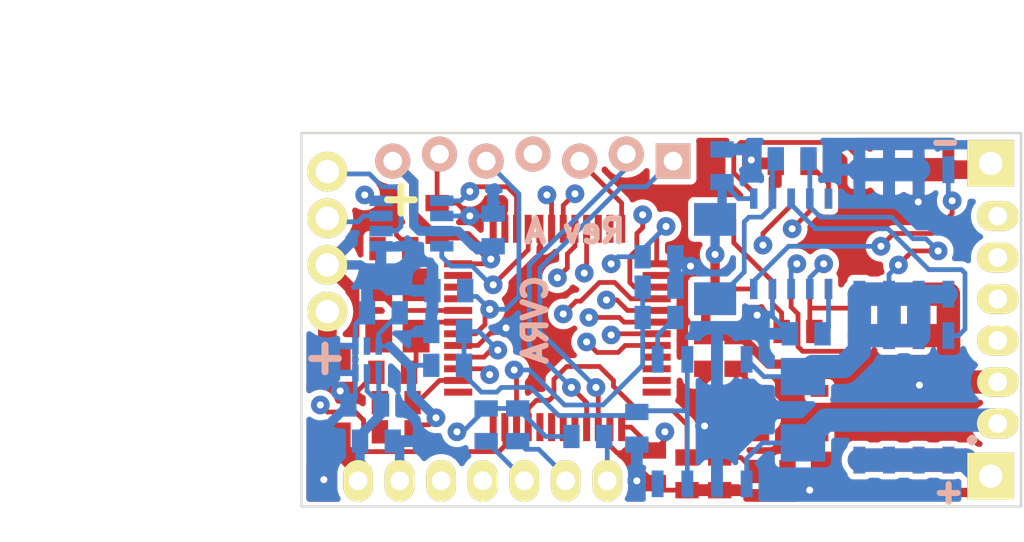
<source format=kicad_pcb>
(kicad_pcb (version 20221018) (generator pcbnew)
  (title_block (title "Motor control board") (rev "0") (company "CVRA"))
  (layers (0 "F.Cu" signal) (1 "In1.Cu" signal "Inner2.Cu") (2 "In2.Cu" signal "Inner1.Cu") (31 "B.Cu" signal) (34 "B.Paste" user) (35 "F.Paste" user) (36 "B.SilkS" user "B.Silkscreen") (37 "F.SilkS" user "F.Silkscreen") (38 "B.Mask" user) (39 "F.Mask" user) (44 "Edge.Cuts" user))
  (net 0 "")
  (net 1 "+3.3V")
  (net 2 "+3.3V_A")
  (net 3 "+5V")
  (net 4 "+5V_protected")
  (net 5 "+9V")
  (net 6 "+BATT")
  (net 7 "A")
  (net 8 "ADC/I_MOT")
  (net 9 "ADC/V_BAT")
  (net 10 "B")
  (net 11 "CANH")
  (net 12 "CANL")
  (net 13 "CAN_SPEED")
  (net 14 "GND")
  (net 15 "GPIO_A")
  (net 16 "GPIO_ADC")
  (net 17 "GPIO_B")
  (net 18 "I")
  (net 19 "LED")
  (net 20 "Mot+")
  (net 21 "Mot-")
  (net 22 "Mot_En_1")
  (net 23 "Mot_En_2")
  (net 24 "N-0000031")
  (net 25 "N-0000035")
  (net 26 "N-0000036")
  (net 27 "N-0000037")
  (net 28 "N-0000038")
  (net 29 "N-0000039")
  (net 30 "N-0000040")
  (net 31 "N-0000042")
  (net 32 "N-0000044")
  (net 33 "N-0000046")
  (net 34 "N-0000048")
  (net 35 "N-0000049")
  (net 36 "N-0000051")
  (net 37 "N-0000064")
  (net 38 "N-0000065")
  (net 39 "N-000008")
  (net 40 "PWM1")
  (net 41 "PWM2")
  (net 42 "Reset")
  (net 43 "Rx")
  (net 44 "Swdclk")
  (net 45 "Swdio")
  (net 46 "Tx")
  (footprint "_0603" (layer "F.Cu") (at 143.55 98.5)
    (fp_text reference "C14")
    (fp_text value "47nF")
  )
  (footprint "_0603" (layer "F.Cu") (at 143.3 91.3 180)
    (fp_text reference "R8")
    (fp_text value "100k")
  )
  (footprint "_0603" (layer "F.Cu") (at 137.4 104.3 -90)
    (fp_text reference "C7")
    (fp_text value "100n")
  )
  (footprint "_0603" (layer "F.Cu") (at 128.1 93.7 90)
    (fp_text reference "C6")
    (fp_text value "100n")
  )
  (footprint "_0603" (layer "F.Cu") (at 126.25 94.95)
    (fp_text reference "C11")
    (fp_text value "10pF")
  )
  (footprint "CVRA-SOT23-5" (layer "F.Cu") (at 143.2 102 -90)
    (fp_text reference "IC1")
    (fp_text value "TPS71501" hide)
  )
  (footprint "CVRA-SOD80C" (layer "F.Cu") (at 123.5 101.4 90)
    (fp_text reference "D1")
    (fp_text value "DIODESCH")
  )
  (footprint "_LQFP48" (layer "F.Cu") (at 129 95.6 -90)
    (fp_text reference "U1")
    (fp_text value "STM32F303CCT6")
  )
  (footprint "_0603" (layer "F.Cu") (at 138.8 104.6 -90)
    (fp_text reference "C18")
    (fp_text value "C")
  )
  (footprint "_0603" (layer "F.Cu") (at 140.2 104.6 -90)
    (fp_text reference "R13")
    (fp_text value "R")
  )
  (footprint "_0603" (layer "F.Cu") (at 142.4 104.5 180)
    (fp_text reference "R12")
    (fp_text value "R")
  )
  (footprint "_0603" (layer "F.Cu") (at 140.9 99.4 -90)
    (fp_text reference "R1")
    (fp_text value "5.6M")
  )
  (footprint "_0603" (layer "F.Cu") (at 139.6 99.4 -90)
    (fp_text reference "C4")
    (fp_text value "470n")
  )
  (footprint "_0603" (layer "F.Cu") (at 126.35 101.55 180)
    (fp_text reference "R4")
    (fp_text value "22")
  )
  (footprint "_0603" (layer "F.Cu") (at 140.4 101.9 -90)
    (fp_text reference "R2")
    (fp_text value "910k")
  )
  (footprint "PSONL10" (layer "F.Cu") (at 143.256 94.742)
    (fp_text reference "IC4")
    (fp_text value "LM5106")
  )
  (footprint "CVRA-SOD80C" (layer "F.Cu") (at 140 95.4 -90)
    (fp_text reference "D3")
    (fp_text value "BAV102")
  )
  (footprint "CVRA-SO8E" (layer "F.Cu") (at 148.082 101.346 180)
    (fp_text reference "Q1")
    (fp_text value "IRF8721")
  )
  (footprint "_0603" (layer "F.Cu") (at 126.35 102.8 180)
    (fp_text reference "D2")
    (fp_text value "LED")
  )
  (footprint "PWR_Conn" (layer "F.Cu") (at 151.8 91.3 90)
    (fp_text reference "P6")
    (fp_text value "CONN_1")
  )
  (footprint "PWR_Conn" (layer "F.Cu") (at 151.8 104.7 -90)
    (fp_text reference "P4")
    (fp_text value "CONN_1")
  )
  (footprint "_0603" (layer "F.Cu") (at 144.6 104.7 -90)
    (fp_text reference "C1")
    (fp_text value "100n")
  )
  (footprint "CVRA-SO8E" (layer "F.Cu") (at 148.082 94.234 180)
    (fp_text reference "Q2")
    (fp_text value "IRF8721")
  )
  (footprint "_TSX-3225-SMD-XTAL" (layer "F.Cu") (at 126.4 97.6 90)
    (fp_text reference "X1")
    (fp_text value "16MHz")
  )
  (footprint "_0603" (layer "F.Cu") (at 126.2 100.25 180)
    (fp_text reference "C12")
    (fp_text value "10pF")
  )
  (footprint "pin4_can_connector" (layer "F.Cu") (at 123.4 94.65 -90)
    (fp_text reference "P1")
    (fp_text value "Bus2")
  )
  (footprint "ribbon_cable_7pin" (layer "F.Cu") (at 130.05 104.9 180)
    (fp_text reference "P3")
    (fp_text value "GPIO")
  )
  (footprint "ribbon_cable_6pin" (layer "F.Cu") (at 152.1 98 90)
    (fp_text reference "P2")
    (fp_text value "MOTOR")
  )
  (footprint "_0603" (layer "B.Cu") (at 137.6 96.6)
    (fp_text reference "C15")
    (fp_text value "100nF")
  )
  (footprint "_0603" (layer "B.Cu") (at 143.3 91.1)
    (fp_text reference "C16")
    (fp_text value "47nF")
  )
  (footprint "_0603" (layer "B.Cu") (at 143.9 98.6 180)
    (fp_text reference "R11")
    (fp_text value "100k")
  )
  (footprint "_0603" (layer "B.Cu") (at 137.6 95.3)
    (fp_text reference "C9")
    (fp_text value "100n")
  )
  (footprint "_0603" (layer "B.Cu") (at 128.55 98.5 180)
    (fp_text reference "C10")
    (fp_text value "10n")
  )
  (footprint "CVRA-1206-1" (layer "B.Cu") (at 143.764 101.854 90)
    (fp_text reference "R10")
    (fp_text value "0.01R" hide)
  )
  (footprint "_0603" (layer "B.Cu") (at 137.6 97.9)
    (fp_text reference "R9")
    (fp_text value "330")
  )
  (footprint "_0603" (layer "B.Cu") (at 125.5 103.2)
    (fp_text reference "C17")
    (fp_text value "1uF")
  )
  (footprint "_0603" (layer "B.Cu") (at 136.65 102.65 -90)
    (fp_text reference "C8")
    (fp_text value "1uF")
  )
  (footprint "_0603" (layer "B.Cu") (at 130.2 102.5 -90)
    (fp_text reference "R3")
    (fp_text value "10k")
  )
  (footprint "_0603" (layer "B.Cu") (at 131.55 102.5 -90)
    (fp_text reference "R5")
    (fp_text value "10k")
  )
  (footprint "_0603" (layer "B.Cu") (at 134.55 103)
    (fp_text reference "R6")
    (fp_text value "10k")
  )
  (footprint "PSONL10" (layer "B.Cu") (at 143.256 94.742)
    (fp_text reference "IC5")
    (fp_text value "LM5106")
  )
  (footprint "CVRA-SOD80C" (layer "B.Cu") (at 140 95.4 90)
    (fp_text reference "D4")
    (fp_text value "BAV102")
  )
  (footprint "CVRA-SO8E" (layer "B.Cu") (at 139.446 102.362 180)
    (fp_text reference "IC6")
    (fp_text value "INA282")
  )
  (footprint "CVRA-SO8E" (layer "B.Cu") (at 148.082 94.234)
    (fp_text reference "Q4")
    (fp_text value "IRF8721")
  )
  (footprint "CVRA-PWSON-N6" (layer "B.Cu") (at 125.1 99.7 180)
    (fp_text reference "IC2")
    (fp_text value "TLV710")
  )
  (footprint "CVRA-SO8E" (layer "B.Cu") (at 148.082 101.346)
    (fp_text reference "Q3")
    (fp_text value "IRF8721")
  )
  (footprint "_0603" (layer "B.Cu") (at 128.6 96.75 180)
    (fp_text reference "C5")
    (fp_text value "100n")
  )
  (footprint "_0603" (layer "B.Cu") (at 130.5 94.15 -90)
    (fp_text reference "C13")
    (fp_text value "100n")
  )
  (footprint "_SOT23-8" (layer "B.Cu") (at 128.3 92.9 -90)
    (fp_text reference "IC3")
    (fp_text value "MAX3051")
  )
  (footprint "_0603" (layer "B.Cu") (at 140.3 91.4 -90)
    (fp_text reference "C19")
    (fp_text value "100nF (DNP)")
  )
  (footprint "_0603" (layer "B.Cu") (at 128.55 99.95)
    (fp_text reference "L1")
    (fp_text value "INDUCTOR")
  )
  (footprint "_0603" (layer "B.Cu") (at 125.8 97.7 180)
    (fp_text reference "C3")
    (fp_text value "4.7uF")
  )
  (footprint "_0603" (layer "B.Cu") (at 125 101.65 180)
    (fp_text reference "C2")
    (fp_text value "100nF")
  )
  (footprint "_Pin2mm_7z" (layer "B.Cu") (at 132.2 91.2 180)
    (fp_text reference "P5")
    (fp_text value "DBG")
  )
  (gr_line (start 122.29 106) (end 122.29 90) (stroke (width 0.1)) (layer "Edge.Cuts"))
  (gr_line (start 153.1 106) (end 153.1 90) (stroke (width 0.1)) (layer "Edge.Cuts"))
  (gr_line (start 153.1 90) (end 150.3 90) (stroke (width 0.1)) (layer "Edge.Cuts"))
  (gr_line (start 122.3 90) (end 150.3 90) (stroke (width 0.1)) (layer "Edge.Cuts"))
  (gr_line (start 150.3 106) (end 122.3 106) (stroke (width 0.1)) (layer "Edge.Cuts"))
  (gr_line (start 150.3 106) (end 153.1 106) (stroke (width 0.1)) (layer "Edge.Cuts"))
  (gr_text "CVRA" (at 132.3 98 90) (layer "B.SilkS") (effects (font (size 1 1) (thickness 0.25)) (justify mirror)))
  (gr_text "+" (at 150 105.35) (layer "B.SilkS") (effects (font (size 1 1) (thickness 0.25)) (justify mirror)))
  (gr_text "Rev A" (at 134 94.2) (layer "B.SilkS") (effects (font (size 1 1) (thickness 0.25)) (justify mirror)))
  (gr_text "-" (at 149.85 90.35) (layer "B.SilkS") (effects (font (size 1 1) (thickness 0.25)) (justify mirror)))
  (gr_text "." (at 151 102.55) (layer "B.SilkS") (effects (font (size 1.5 1.5) (thickness 0.3)) (justify mirror)))
  (gr_text "+" (at 123.3 99.55) (layer "B.SilkS") (effects (font (size 1.5 1.5) (thickness 0.3)) (justify mirror)))
  (gr_text "-" (at 149.85 90.35) (layer "F.SilkS") (effects (font (size 1 1) (thickness 0.25))))
  (gr_text "+" (at 150 105.35) (layer "F.SilkS") (effects (font (size 1 1) (thickness 0.25))))
  (gr_text "+" (at 126.55 92.75) (layer "F.SilkS") (effects (font (size 1.5 1.5) (thickness 0.3))))
  (gr_text "." (at 151 102.55) (layer "F.SilkS") (effects (font (size 1.5 1.5) (thickness 0.3))))
  (segment (start 130.5 95.3) (end 130.4 95.4) (width 0.204) (layer "F.Cu") (net 1))
  (segment (start 130.2 95.6) (end 130.4 95.4) (width 0.204) (layer "F.Cu") (net 1))
  (segment (start 136.4 102.6) (end 137.4 103.6) (width 0.204) (layer "F.Cu") (net 1))
  (segment (start 137.85 103.15) (end 137.85 102.8) (width 0.204) (layer "F.Cu") (net 1))
  (segment (start 127.1 92.1) (end 127.1 93.1) (width 0.204) (layer "F.Cu") (net 1))
  (segment (start 137.9 94) (end 137.5 94.4) (width 0.204) (layer "F.Cu") (net 1))
  (segment (start 137.5 94.4) (end 137.5 95.6) (width 0.204) (layer "F.Cu") (net 1))
  (segment (start 127.35 102.5) (end 127.75 102.5) (width 0.204) (layer "F.Cu") (net 1))
  (segment (start 127.75 102.5) (end 128.05 102.2) (width 0.204) (layer "F.Cu") (net 1))
  (segment (start 127.1 92.1) (end 127.1 93.1) (width 0.4) (layer "F.Cu") (net 1))
  (segment (start 127.1 93.5) (end 128 94.4) (width 0.4) (layer "F.Cu") (net 1))
  (segment (start 128 94.4) (end 128.1 94.4) (width 0.4) (layer "F.Cu") (net 1))
  (segment (start 129.4 94.4) (end 130.4 95.4) (width 0.4) (layer "F.Cu") (net 1))
  (segment (start 129 95.6) (end 130.2 95.6) (width 0.204) (layer "F.Cu") (net 1))
  (segment (start 136 102.6) (end 136.4 102.6) (width 0.204) (layer "F.Cu") (net 1))
  (segment (start 137.4 103.6) (end 137.85 103.15) (width 0.204) (layer "F.Cu") (net 1))
  (segment (start 127.35 102.5) (end 127.05 102.8) (width 0.204) (layer "F.Cu") (net 1))
  (segment (start 128.1 94.4) (end 129.4 94.4) (width 0.4) (layer "F.Cu") (net 1))
  (segment (start 130.5 94.1) (end 130.5 95.3) (width 0.204) (layer "F.Cu") (net 1))
  (segment (start 127.1 93.1) (end 127.1 93.5) (width 0.4) (layer "F.Cu") (net 1))
  (segment (start 126.2 91.2) (end 127.1 92.1) (width 0.4) (layer "F.Cu") (net 1))
  (via (at 128.05 102.2) (size 0.8) (drill 0.3) (layers "F.Cu" "B.Cu") (net 1))
  (via (at 130.4 95.4) (size 0.8) (drill 0.3) (layers "F.Cu" "B.Cu") (net 1))
  (via (at 137.9 94) (size 0.8) (drill 0.3) (layers "F.Cu" "B.Cu") (net 1))
  (via (at 135.55 95.6) (size 0.8) (drill 0.3) (layers "F.Cu" "B.Cu") (net 1))
  (via (at 137.85 102.8) (size 0.8) (drill 0.3) (layers "F.Cu" "B.Cu") (net 1))
  (segment (start 128.9 94.2) (end 129.8 95.1) (width 0.204) (layer "B.Cu") (net 1))
  (segment (start 130.4 95.4) (end 130.1 95.1) (width 0.204) (layer "B.Cu") (net 1))
  (segment (start 130.1 95.1) (end 129.8 95.1) (width 0.204) (layer "B.Cu") (net 1))
  (segment (start 127.1 92.1) (end 126.2 91.2) (width 0.204) (layer "B.Cu") (net 1))
  (segment (start 136.9 95) (end 137.9 94) (width 0.204) (layer "B.Cu") (net 1))
  (segment (start 135.85 95.3) (end 135.55 95.6) (width 0.204) (layer "B.Cu") (net 1))
  (segment (start 127.35 94.2) (end 127.1 93.95) (width 0.4) (layer "B.Cu") (net 1))
  (segment (start 127.1 93.95) (end 127.1 92.1) (width 0.4) (layer "B.Cu") (net 1))
  (segment (start 127.1 92.1) (end 126.2 91.2) (width 0.4) (layer "B.Cu") (net 1))
  (segment (start 129 94.2) (end 129.65 94.85) (width 0.4) (layer "B.Cu") (net 1))
  (segment (start 129.65 94.85) (end 130.5 94.85) (width 0.4) (layer "B.Cu") (net 1))
  (segment (start 125.6 98.6) (end 126.5 97.7) (width 0.204) (layer "B.Cu") (net 1))
  (segment (start 126.075 99.125) (end 126.9 99.95) (width 0.204) (layer "B.Cu") (net 1))
  (segment (start 126.9 99.95) (end 127.85 99.95) (width 0.204) (layer "B.Cu") (net 1))
  (segment (start 127 100.05) (end 127 101.15) (width 0.4) (layer "B.Cu") (net 1))
  (segment (start 127 101.15) (end 128.05 102.2) (width 0.4) (layer "B.Cu") (net 1))
  (segment (start 128.3 94.2) (end 127.35 94.2) (width 0.4) (layer "B.Cu") (net 1))
  (segment (start 128.3 94.2) (end 129 94.2) (width 0.4) (layer "B.Cu") (net 1))
  (segment (start 136.9 95.3) (end 136.9 95) (width 0.204) (layer "B.Cu") (net 1))
  (segment (start 135.85 95.3) (end 136.9 95.3) (width 0.204) (layer "B.Cu") (net 1))
  (segment (start 125.6 99.125) (end 125.6 98.6) (width 0.204) (layer "B.Cu") (net 1))
  (segment (start 126.075 99.125) (end 127 100.05) (width 0.4) (layer "B.Cu") (net 1))
  (segment (start 125.6 99.125) (end 126.075 99.125) (width 0.204) (layer "B.Cu") (net 1))
  (segment (start 128.3 94.2) (end 128.9 94.2) (width 0.204) (layer "B.Cu") (net 1))
  (segment (start 130.4 99.3) (end 130.1 99.6) (width 0.204) (layer "F.Cu") (net 2))
  (segment (start 130.7 99.3) (end 130.4 99.3) (width 0.204) (layer "F.Cu") (net 2))
  (segment (start 129 99.6) (end 130.1 99.6) (width 0.204) (layer "F.Cu") (net 2))
  (via (at 130.7 99.3) (size 0.8) (drill 0.3) (layers "F.Cu" "B.Cu") (net 2))
  (segment (start 138.811 101.4) (end 138.811 101.9) (width 0.204) (layer "B.Cu") (net 2))
  (segment (start 138.811 103.55) (end 138.811 105.029) (width 0.204) (layer "B.Cu") (net 2))
  (segment (start 129.9 98.5) (end 129.25 98.5) (width 0.204) (layer "B.Cu") (net 2))
  (segment (start 130.65 101.1) (end 130 101.1) (width 0.204) (layer "B.Cu") (net 2))
  (segment (start 130 101.1) (end 129.825 100.925) (width 0.204) (layer "B.Cu") (net 2))
  (segment (start 133.3 102.1) (end 132.1 100.9) (width 0.204) (layer "B.Cu") (net 2))
  (segment (start 132.1 100.9) (end 130.85 100.9) (width 0.204) (layer "B.Cu") (net 2))
  (segment (start 130.85 100.9) (end 130.65 101.1) (width 0.204) (layer "B.Cu") (net 2))
  (segment (start 136.7 101.9) (end 138.811 101.9) (width 0.204) (layer "B.Cu") (net 2))
  (segment (start 138.811 101.9) (end 138.811 103.55) (width 0.204) (layer "B.Cu") (net 2))
  (segment (start 136.5 102.1) (end 136.65 101.95) (width 0.204) (layer "B.Cu") (net 2))
  (segment (start 129.25 100.35) (end 129.25 98.5) (width 0.204) (layer "B.Cu") (net 2))
  (segment (start 133.45 102.1) (end 133.3 102.1) (width 0.204) (layer "B.Cu") (net 2))
  (segment (start 129.825 100.925) (end 129.25 100.35) (width 0.204) (layer "B.Cu") (net 2))
  (segment (start 133.45 102.1) (end 136.5 102.1) (width 0.204) (layer "B.Cu") (net 2))
  (segment (start 136.65 101.95) (end 136.7 101.9) (width 0.204) (layer "B.Cu") (net 2))
  (segment (start 138.811 99.695) (end 138.811 101.4) (width 0.204) (layer "B.Cu") (net 2))
  (segment (start 130.7 99.3) (end 129.9 98.5) (width 0.204) (layer "B.Cu") (net 2))
  (segment (start 123.4 99.60074) (end 123.5 99.70074) (width 0.8) (layer "F.Cu") (net 3))
  (segment (start 123.4 97.7) (end 123.4 99.60074) (width 0.8) (layer "F.Cu") (net 3))
  (segment (start 124.716 104.31526) (end 124.716 104.9) (width 0.8) (layer "F.Cu") (net 4))
  (segment (start 123.5 103.09926) (end 124.716 104.31526) (width 0.8) (layer "F.Cu") (net 4))
  (via (at 128.95 102.8) (size 0.8) (drill 0.3) (layers "F.Cu" "B.Cu") (net 4))
  (segment (start 132.75 103) (end 131.55 101.8) (width 0.204) (layer "B.Cu") (net 4))
  (segment (start 129.2 102.8) (end 128.95 102.8) (width 0.204) (layer "B.Cu") (net 4))
  (segment (start 124.8 104.816) (end 124.8 103.2) (width 0.4) (layer "B.Cu") (net 4))
  (segment (start 124.8 102.95) (end 125.7 102.05) (width 0.4) (layer "B.Cu") (net 4))
  (segment (start 125.7 102.05) (end 125.7 101.65) (width 0.4) (layer "B.Cu") (net 4))
  (segment (start 125.1 101.05) (end 125.7 101.65) (width 0.204) (layer "B.Cu") (net 4))
  (segment (start 125.6 101.55) (end 125.7 101.65) (width 0.204) (layer "B.Cu") (net 4))
  (segment (start 130.2 101.8) (end 129.2 102.8) (width 0.204) (layer "B.Cu") (net 4))
  (segment (start 124.716 104.9) (end 124.8 104.816) (width 0.4) (layer "B.Cu") (net 4))
  (segment (start 125.1 100.275) (end 125.1 101.05) (width 0.204) (layer "B.Cu") (net 4))
  (segment (start 124.8 103.2) (end 124.8 102.95) (width 0.4) (layer "B.Cu") (net 4))
  (segment (start 125.6 100.225) (end 125.6 101.55) (width 0.204) (layer "B.Cu") (net 4))
  (segment (start 133.85 103) (end 132.75 103) (width 0.204) (layer "B.Cu") (net 4))
  (segment (start 130.2 101.8) (end 131.55 101.8) (width 0.204) (layer "B.Cu") (net 4))
  (segment (start 140.42178 96.67748) (end 140 97.09926) (width 0.204) (layer "F.Cu") (net 5))
  (segment (start 143.3225 99.9) (end 142.3 99.9) (width 0.4) (layer "F.Cu") (net 5))
  (segment (start 142.3 99.9) (end 141.1 98.7) (width 0.4) (layer "F.Cu") (net 5))
  (segment (start 141.1 98.7) (end 140.9 98.7) (width 0.4) (layer "F.Cu") (net 5))
  (segment (start 139.6 97.49926) (end 140 97.09926) (width 0.4) (layer "F.Cu") (net 5))
  (segment (start 140 95.2) (end 140 97.09926) (width 0.4) (layer "F.Cu") (net 5))
  (segment (start 139.6 98.7) (end 139.6 97.49926) (width 0.4) (layer "F.Cu") (net 5))
  (segment (start 144.47 101.0475) (end 143.3225 99.9) (width 0.4) (layer "F.Cu") (net 5))
  (segment (start 141.6558 96.67748) (end 140.42178 96.67748) (width 0.204) (layer "F.Cu") (net 5))
  (segment (start 140.9 98.7) (end 139.6 98.7) (width 0.4) (layer "F.Cu") (net 5))
  (via (at 140 95.2) (size 0.8) (drill 0.3) (layers "F.Cu" "B.Cu") (net 5))
  (segment (start 140.3 93.40074) (end 140 93.70074) (width 0.204) (layer "B.Cu") (net 5))
  (segment (start 141.00652 92.80652) (end 140.3 92.1) (width 0.204) (layer "B.Cu") (net 5))
  (segment (start 140.3 93.40074) (end 140 93.70074) (width 0.4) (layer "B.Cu") (net 5))
  (segment (start 141.6558 92.80652) (end 141.00652 92.80652) (width 0.204) (layer "B.Cu") (net 5))
  (segment (start 140.3 92.1) (end 140.3 93.40074) (width 0.4) (layer "B.Cu") (net 5))
  (segment (start 140 93.70074) (end 140 95.2) (width 0.4) (layer "B.Cu") (net 5))
  (segment (start 144.1 104.5) (end 144.6 104) (width 0.204) (layer "F.Cu") (net 6))
  (segment (start 151.156 105.4) (end 146.1 105.4) (width 0.4) (layer "F.Cu") (net 6))
  (segment (start 146.1 105.4) (end 145.1 104.4) (width 0.4) (layer "F.Cu") (net 6))
  (segment (start 144.7 104) (end 144.6 104) (width 0.4) (layer "F.Cu") (net 6))
  (segment (start 144.47 103.87) (end 144.47 102.9525) (width 0.4) (layer "F.Cu") (net 6))
  (segment (start 150.733 104.013) (end 148.717 104.013) (width 1) (layer "F.Cu") (net 6))
  (segment (start 148.717 104.013) (end 147.447 104.013) (width 1) (layer "F.Cu") (net 6))
  (segment (start 145.1 104.4) (end 144.7 104) (width 0.4) (layer "F.Cu") (net 6))
  (segment (start 144.6 104) (end 144.47 103.87) (width 0.4) (layer "F.Cu") (net 6))
  (segment (start 148.717 104.013) (end 149.987 104.013) (width 1) (layer "F.Cu") (net 6))
  (segment (start 151.638 104.918) (end 151.156 105.4) (width 0.4) (layer "F.Cu") (net 6))
  (segment (start 146.177 104.013) (end 147.447 104.013) (width 1) (layer "F.Cu") (net 6))
  (segment (start 151.638 104.918) (end 150.733 104.013) (width 1) (layer "F.Cu") (net 6))
  (segment (start 143.1 104.5) (end 144.1 104.5) (width 0.204) (layer "F.Cu") (net 6))
  (segment (start 147.447 104.013) (end 148.717 104.013) (width 1) (layer "B.Cu") (net 6))
  (segment (start 148.717 104.013) (end 149.987 104.013) (width 1) (layer "B.Cu") (net 6))
  (segment (start 149.987 104.013) (end 150.733 104.013) (width 1) (layer "B.Cu") (net 6))
  (segment (start 150.733 104.013) (end 151.638 104.918) (width 1) (layer "B.Cu") (net 6))
  (segment (start 146.177 104.013) (end 147.447 104.013) (width 1) (layer "B.Cu") (net 6))
  (segment (start 133.5 93.1) (end 134 92.6) (width 0.204) (layer "F.Cu") (net 7))
  (segment (start 133.5 94.1) (end 133.5 93.1) (width 0.204) (layer "F.Cu") (net 7))
  (via (at 134 92.6) (size 0.8) (drill 0.3) (layers "F.Cu" "B.Cu") (net 7))
  (segment (start 131.4 100.15) (end 131.5 100.25) (width 0.204) (layer "F.Cu") (net 8))
  (segment (start 131.5 100.25) (end 131.5 102.6) (width 0.204) (layer "F.Cu") (net 8))
  (via (at 131.4 100.15) (size 0.8) (drill 0.3) (layers "F.Cu" "B.Cu") (net 8))
  (segment (start 133.55 101.65) (end 132.05 100.15) (width 0.204) (layer "B.Cu") (net 8))
  (segment (start 132.05 100.15) (end 131.4 100.15) (width 0.204) (layer "B.Cu") (net 8))
  (segment (start 134.85 101.65) (end 133.65 101.65) (width 0.204) (layer "B.Cu") (net 8))
  (segment (start 135.2 101.65) (end 136.9 99.95) (width 0.204) (layer "B.Cu") (net 8))
  (segment (start 136.9 99.95) (end 136.9 99.1) (width 0.204) (layer "B.Cu") (net 8))
  (segment (start 136.9 99.1) (end 136.9 97.9) (width 0.204) (layer "B.Cu") (net 8))
  (segment (start 133.65 101.65) (end 133.55 101.65) (width 0.204) (layer "B.Cu") (net 8))
  (segment (start 136.9 96.6) (end 136.9 97.9) (width 0.204) (layer "B.Cu") (net 8))
  (segment (start 134.85 101.65) (end 135.2 101.65) (width 0.204) (layer "B.Cu") (net 8))
  (segment (start 134.6 100) (end 133.8 100) (width 0.204) (layer "F.Cu") (net 9))
  (segment (start 141.1 103.9) (end 141.7 104.5) (width 0.204) (layer "F.Cu") (net 9))
  (segment (start 132 101.8) (end 132.35 101.45) (width 0.204) (layer "F.Cu") (net 9))
  (segment (start 132.35 101.45) (end 132.9 101.45) (width 0.204) (layer "F.Cu") (net 9))
  (segment (start 132.9 101.45) (end 133.1 101.25) (width 0.204) (layer "F.Cu") (net 9))
  (segment (start 133.1 101.25) (end 133.1 100.55) (width 0.204) (layer "F.Cu") (net 9))
  (segment (start 133.1 100.55) (end 133.65 100) (width 0.204) (layer "F.Cu") (net 9))
  (segment (start 133.65 100) (end 133.8 100) (width 0.204) (layer "F.Cu") (net 9))
  (segment (start 134.7 100) (end 134.6 100) (width 0.204) (layer "F.Cu") (net 9))
  (segment (start 135.05 100) (end 135.65 100.6) (width 0.204) (layer "F.Cu") (net 9))
  (segment (start 138.8 102.5) (end 138.2 101.9) (width 0.204) (layer "F.Cu") (net 9))
  (segment (start 138.2 101.9) (end 136.7 101.9) (width 0.204) (layer "F.Cu") (net 9))
  (segment (start 135.65 100.85) (end 135.65 100.6) (width 0.204) (layer "F.Cu") (net 9))
  (segment (start 136.6 101.8) (end 135.65 100.85) (width 0.204) (layer "F.Cu") (net 9))
  (segment (start 136.7 101.9) (end 136.6 101.8) (width 0.204) (layer "F.Cu") (net 9))
  (segment (start 138.8 103.9) (end 138.8 102.5) (width 0.204) (layer "F.Cu") (net 9))
  (segment (start 140.2 103.9) (end 141.1 103.9) (width 0.204) (layer "F.Cu") (net 9))
  (segment (start 132 102.6) (end 132 101.8) (width 0.204) (layer "F.Cu") (net 9))
  (segment (start 138.8 103.9) (end 140.2 103.9) (width 0.204) (layer "F.Cu") (net 9))
  (segment (start 134.7 100) (end 135.05 100) (width 0.204) (layer "F.Cu") (net 9))
  (segment (start 133 92.85) (end 132.8 92.65) (width 0.204) (layer "F.Cu") (net 10))
  (segment (start 133 94.1) (end 133 92.85) (width 0.204) (layer "F.Cu") (net 10))
  (via (at 132.8 92.65) (size 0.8) (drill 0.3) (layers "F.Cu" "B.Cu") (net 10))
  (segment (start 124.95 93.55) (end 124.7 93.8) (width 0.204) (layer "B.Cu") (net 11))
  (segment (start 123.5 93.8) (end 123.4 93.7) (width 0.204) (layer "B.Cu") (net 11))
  (segment (start 125.7 93.55) (end 124.95 93.55) (width 0.204) (layer "B.Cu") (net 11))
  (segment (start 124.7 93.8) (end 123.5 93.8) (width 0.204) (layer "B.Cu") (net 11))
  (segment (start 126.35 94.2) (end 126.55 94) (width 0.204) (layer "B.Cu") (net 12))
  (segment (start 126.55 94) (end 126.55 92.5) (width 0.204) (layer "B.Cu") (net 12))
  (segment (start 126.55 92.5) (end 126.35 92.3) (width 0.204) (layer "B.Cu") (net 12))
  (segment (start 126.35 92.3) (end 125.8 92.3) (width 0.204) (layer "B.Cu") (net 12))
  (segment (start 125.75 92.3) (end 125.2 91.75) (width 0.204) (layer "B.Cu") (net 12))
  (segment (start 125.2 91.75) (end 124.7 91.75) (width 0.204) (layer "B.Cu") (net 12))
  (segment (start 123.45 91.75) (end 123.4 91.7) (width 0.204) (layer "B.Cu") (net 12))
  (segment (start 124.7 91.75) (end 123.45 91.75) (width 0.204) (layer "B.Cu") (net 12))
  (segment (start 125.7 94.2) (end 126.35 94.2) (width 0.204) (layer "B.Cu") (net 12))
  (segment (start 125.8 92.3) (end 125.75 92.3) (width 0.204) (layer "B.Cu") (net 12))
  (segment (start 131 103.4) (end 130.75 103.65) (width 0.204) (layer "F.Cu") (net 13))
  (segment (start 130.75 103.65) (end 125.5 103.65) (width 0.204) (layer "F.Cu") (net 13))
  (segment (start 125.05 103.65) (end 124.95 103.55) (width 0.204) (layer "F.Cu") (net 13))
  (segment (start 124.95 103.55) (end 124.95 102.3) (width 0.204) (layer "F.Cu") (net 13))
  (segment (start 124.95 102.3) (end 124.6 101.95) (width 0.204) (layer "F.Cu") (net 13))
  (segment (start 124.6 101.95) (end 124.05 101.95) (width 0.204) (layer "F.Cu") (net 13))
  (segment (start 123.4 101.95) (end 123.1 101.65) (width 0.204) (layer "F.Cu") (net 13))
  (segment (start 125.5 103.65) (end 125.05 103.65) (width 0.204) (layer "F.Cu") (net 13))
  (segment (start 131 103.4) (end 131 102.6) (width 0.204) (layer "F.Cu") (net 13))
  (segment (start 123.4 101.95) (end 124.05 101.95) (width 0.204) (layer "F.Cu") (net 13))
  (via (at 123.1 101.65) (size 0.8) (drill 0.3) (layers "F.Cu" "B.Cu") (net 13))
  (via (at 125 92.65) (size 0.8) (drill 0.3) (layers "F.Cu" "B.Cu") (net 13))
  (segment (start 125.25 92.9) (end 125 92.65) (width 0.204) (layer "B.Cu") (net 13))
  (segment (start 125.7 92.9) (end 125.25 92.9) (width 0.204) (layer "B.Cu") (net 13))
  (segment (start 135.5 103.4) (end 135.8 103.7) (width 0.204) (layer "F.Cu") (net 14))
  (segment (start 135.8 103.7) (end 136.1 103.7) (width 0.204) (layer "F.Cu") (net 14))
  (segment (start 136.1 103.7) (end 137.4 105) (width 0.204) (layer "F.Cu") (net 14))
  (segment (start 151.533 91.567) (end 152 91.1) (width 0.8) (layer "F.Cu") (net 14))
  (segment (start 141.7 91.3) (end 141.55 91.15) (width 0.204) (layer "F.Cu") (net 14))
  (segment (start 129.85 99.1) (end 130.45 98.5) (width 0.204) (layer "F.Cu") (net 14))
  (segment (start 136.75 105) (end 136.65 104.9) (width 0.204) (layer "F.Cu") (net 14))
  (segment (start 139.6 102.6) (end 139.55 102.55) (width 0.204) (layer "F.Cu") (net 14))
  (segment (start 144.15 105.4) (end 144.05 105.3) (width 0.204) (layer "F.Cu") (net 14))
  (segment (start 131 93.25) (end 130.85 93.1) (width 0.204) (layer "F.Cu") (net 14))
  (segment (start 130.85 93.1) (end 130.1 93.1) (width 0.204) (layer "F.Cu") (net 14))
  (segment (start 130.1 93.1) (end 129.65 93.55) (width 0.204) (layer "F.Cu") (net 14))
  (segment (start 129.65 93.55) (end 129.5 93.55) (width 0.204) (layer "F.Cu") (net 14))
  (segment (start 128.95 93) (end 129.5 93.55) (width 0.204) (layer "F.Cu") (net 14))
  (segment (start 128.1 91.1) (end 128.2 91) (width 0.204) (layer "F.Cu") (net 14))
  (segment (start 139.4 100.3) (end 139.4 102.4) (width 0.204) (layer "F.Cu") (net 14))
  (segment (start 139.4 102.4) (end 139.55 102.55) (width 0.204) (layer "F.Cu") (net 14))
  (segment (start 141 102) (end 140.4 102.6) (width 0.204) (layer "F.Cu") (net 14))
  (segment (start 132.5 95.05) (end 132.45 95.1) (width 0.204) (layer "F.Cu") (net 14))
  (segment (start 138.55 96.1) (end 138.95 95.7) (width 0.204) (layer "F.Cu") (net 14))
  (segment (start 130.9 98.5) (end 131.05 98.35) (width 0.204) (layer "F.Cu") (net 14))
  (segment (start 126.35 94.35) (end 126.35 93.8) (width 0.204) (layer "F.Cu") (net 14))
  (segment (start 148.717 91.567) (end 149.987 91.567) (width 1) (layer "F.Cu") (net 14))
  (segment (start 142.4559 91.4441) (end 142.6 91.3) (width 0.204) (layer "F.Cu") (net 14))
  (segment (start 124.5 101.25) (end 124.15 101.25) (width 0.204) (layer "F.Cu") (net 14))
  (segment (start 124.15 101.25) (end 123.95 101.05) (width 0.204) (layer "F.Cu") (net 14))
  (segment (start 137.7 105.3) (end 138.8 105.3) (width 0.204) (layer "F.Cu") (net 14))
  (segment (start 140.35 105.45) (end 143.9 105.45) (width 0.204) (layer "F.Cu") (net 14))
  (segment (start 143.9 105.45) (end 144.05 105.3) (width 0.204) (layer "F.Cu") (net 14))
  (segment (start 148.7 91.584) (end 148.717 91.567) (width 0.4) (layer "F.Cu") (net 14))
  (segment (start 147.447 91.567) (end 148.717 91.567) (width 1) (layer "F.Cu") (net 14))
  (segment (start 140.2 105.3) (end 140.35 105.45) (width 0.204) (layer "F.Cu") (net 14))
  (segment (start 130.45 98.5) (end 130.9 98.5) (width 0.204) (layer "F.Cu") (net 14))
  (segment (start 131 94.1) (end 131 93.25) (width 0.204) (layer "F.Cu") (net 14))
  (segment (start 142.4559 92.80652) (end 142.4559 91.4441) (width 0.204) (layer "F.Cu") (net 14))
  (segment (start 137.5 96.1) (end 138.55 96.1) (width 0.204) (layer "F.Cu") (net 14))
  (segment (start 142.6 91.3) (end 141.7 91.3) (width 0.204) (layer "F.Cu") (net 14))
  (segment (start 137.4 105) (end 137.7 105.3) (width 0.204) (layer "F.Cu") (net 14))
  (segment (start 128.1 93) (end 128.1 91.1) (width 0.204) (layer "F.Cu") (net 14))
  (segment (start 126.95 94.95) (end 126.35 94.35) (width 0.204) (layer "F.Cu") (net 14))
  (segment (start 141.93 102) (end 141 102) (width 0.204) (layer "F.Cu") (net 14))
  (segment (start 132.5 94.1) (end 132.5 95.05) (width 0.204) (layer "F.Cu") (net 14))
  (segment (start 140.4 102.6) (end 139.6 102.6) (width 0.204) (layer "F.Cu") (net 14))
  (segment (start 144.15 105.4) (end 144.6 105.4) (width 0.204) (layer "F.Cu") (net 14))
  (segment (start 148.7 92.95) (end 148.7 91.584) (width 0.4) (layer "F.Cu") (net 14))
  (segment (start 147.447 91.567) (end 151.533 91.567) (width 0.8) (layer "F.Cu") (net 14))
  (segment (start 139.6 100.1) (end 139.4 100.3) (width 0.204) (layer "F.Cu") (net 14))
  (segment (start 138.8 105.3) (end 140.2 105.3) (width 0.204) (layer "F.Cu") (net 14))
  (segment (start 125.5 100.25) (end 124.5 101.25) (width 0.204) (layer "F.Cu") (net 14))
  (segment (start 137.4 105) (end 136.75 105) (width 0.204) (layer "F.Cu") (net 14))
  (segment (start 128.1 93) (end 128.95 93) (width 0.204) (layer "F.Cu") (net 14))
  (segment (start 129 99.1) (end 129.85 99.1) (width 0.204) (layer "F.Cu") (net 14))
  (segment (start 135.5 102.6) (end 135.5 103.4) (width 0.204) (layer "F.Cu") (net 14))
  (via (at 141.8 97.8) (size 0.8) (drill 0.3) (layers "F.Cu" "B.Cu") (net 14))
  (via (at 123.95 101.05) (size 0.8) (drill 0.3) (layers "F.Cu" "B.Cu") (net 14))
  (via (at 138.95 95.7) (size 0.8) (drill 0.3) (layers "F.Cu" "B.Cu") (net 14))
  (via (at 129.5 93.55) (size 0.8) (drill 0.3) (layers "F.Cu" "B.Cu") (net 14))
  (via (at 139.55 102.55) (size 0.8) (drill 0.3) (layers "F.Cu" "B.Cu") (net 14))
  (via (at 123.25 104.85) (size 0.8) (drill 0.3) (layers "F.Cu" "B.Cu") (net 14))
  (via (at 148.7 92.95) (size 0.8) (drill 0.3) (layers "F.Cu" "B.Cu") (net 14))
  (via (at 141.55 91.15) (size 0.8) (drill 0.3) (layers "F.Cu" "B.Cu") (net 14))
  (via (at 136.65 104.9) (size 0.8) (drill 0.3) (layers "F.Cu" "B.Cu") (net 14))
  (via (at 131.05 98.35) (size 0.8) (drill 0.3) (layers "F.Cu" "B.Cu") (net 14))
  (via (at 144.05 105.3) (size 0.8) (drill 0.3) (layers "F.Cu" "B.Cu") (net 14))
  (via (at 148.75 100.8) (size 0.8) (drill 0.3) (layers "F.Cu" "B.Cu") (net 14))
  (segment (start 141.55 91.15) (end 141.1 90.7) (width 0.204) (layer "B.Cu") (net 14))
  (segment (start 141.1 90.7) (end 140.3 90.7) (width 0.204) (layer "B.Cu") (net 14))
  (segment (start 139.55 102.55) (end 140.081 103.081) (width 0.204) (layer "B.Cu") (net 14))
  (segment (start 140.081 103.081) (end 140.081 105.029) (width 0.204) (layer "B.Cu") (net 14))
  (segment (start 130.4 93.55) (end 130.5 93.45) (width 0.204) (layer "B.Cu") (net 14))
  (segment (start 129.5 93.55) (end 130.4 93.55) (width 0.204) (layer "B.Cu") (net 14))
  (segment (start 142.4559 97.8559) (end 143.2 98.6) (width 0.204) (layer "B.Cu") (net 14))
  (segment (start 138.95 95.7) (end 138.3 96.35) (width 0.204) (layer "B.Cu") (net 14))
  (segment (start 138.3 96.35) (end 138.3 96.6) (width 0.204) (layer "B.Cu") (net 14))
  (segment (start 138.55 95.3) (end 138.3 95.3) (width 0.204) (layer "B.Cu") (net 14))
  (segment (start 142.4559 97.75) (end 142.4559 97.8559) (width 0.204) (layer "B.Cu") (net 14))
  (segment (start 141.85 97.75) (end 141.8 97.8) (width 0.204) (layer "B.Cu") (net 14))
  (segment (start 123.25 102.7) (end 123.25 104.85) (width 0.4) (layer "B.Cu") (net 14))
  (segment (start 126.494 103.494) (end 126.494 104.9) (width 0.4) (layer "B.Cu") (net 14))
  (segment (start 124.6 98.2) (end 125.1 97.7) (width 0.204) (layer "B.Cu") (net 14))
  (segment (start 124.6 101.35) (end 124.6 100.275) (width 0.204) (layer "B.Cu") (net 14))
  (segment (start 124.575 100.3) (end 124.1 100.3) (width 0.204) (layer "B.Cu") (net 14))
  (segment (start 124.575 99.1) (end 124.1 99.1) (width 0.204) (layer "B.Cu") (net 14))
  (segment (start 123.95 101.05) (end 124.3 101.4) (width 0.204) (layer "B.Cu") (net 14))
  (segment (start 124.3 101.4) (end 124.3 101.65) (width 0.204) (layer "B.Cu") (net 14))
  (segment (start 123.4 100.5) (end 123.4 100.4) (width 0.204) (layer "B.Cu") (net 14))
  (segment (start 151 90.5) (end 148.75 90.5) (width 0.4) (layer "B.Cu") (net 14))
  (segment (start 148.75 90.5) (end 148.717 90.533) (width 0.4) (layer "B.Cu") (net 14))
  (segment (start 148.717 90.533) (end 148.717 91.567) (width 0.4) (layer "B.Cu") (net 14))
  (segment (start 145.517 90.533) (end 145.45 90.6) (width 0.4) (layer "B.Cu") (net 14))
  (segment (start 147.45 90.533) (end 146.2 90.533) (width 0.4) (layer "B.Cu") (net 14))
  (segment (start 147.45 91.564) (end 147.447 91.567) (width 0.4) (layer "B.Cu") (net 14))
  (segment (start 146.2 90.533) (end 145.517 90.533) (width 0.4) (layer "B.Cu") (net 14))
  (segment (start 146.2 91.544) (end 146.177 91.567) (width 0.4) (layer "B.Cu") (net 14))
  (segment (start 124.8 95.65) (end 125.3 96.15) (width 0.4) (layer "B.Cu") (net 14))
  (segment (start 148.717 92.933) (end 148.7 92.95) (width 0.204) (layer "B.Cu") (net 14))
  (segment (start 148.717 92.933) (end 148.7 92.95) (width 0.4) (layer "B.Cu") (net 14))
  (segment (start 124.6 99.125) (end 124.575 99.1) (width 0.204) (layer "B.Cu") (net 14))
  (segment (start 124.6 100.275) (end 124.575 100.3) (width 0.204) (layer "B.Cu") (net 14))
  (segment (start 148.717 90.533) (end 147.45 90.533) (width 0.4) (layer "B.Cu") (net 14))
  (segment (start 124.3 101.65) (end 124.6 101.35) (width 0.204) (layer "B.Cu") (net 14))
  (segment (start 128.3 93.55) (end 129.5 93.55) (width 0.204) (layer "B.Cu") (net 14))
  (segment (start 142.4559 97.75) (end 141.85 97.75) (width 0.204) (layer "B.Cu") (net 14))
  (segment (start 124.6 99.125) (end 124.6 100.275) (width 0.204) (layer "B.Cu") (net 14))
  (segment (start 138.95 95.7) (end 138.55 95.3) (width 0.204) (layer "B.Cu") (net 14))
  (segment (start 124.6 99.125) (end 124.6 98.2) (width 0.204) (layer "B.Cu") (net 14))
  (segment (start 151.8 91.3) (end 151 90.5) (width 0.4) (layer "B.Cu") (net 14))
  (segment (start 147.447 91.567) (end 148.717 91.567) (width 1) (layer "B.Cu") (net 14))
  (segment (start 123.95 101.05) (end 123.4 100.5) (width 0.204) (layer "B.Cu") (net 14))
  (segment (start 146.177 91.567) (end 148.717 91.567) (width 0.8) (layer "B.Cu") (net 14))
  (segment (start 126.2 103.2) (end 126.494 103.494) (width 0.4) (layer "B.Cu") (net 14))
  (segment (start 123.4 95.65) (end 124.8 95.65) (width 0.4) (layer "B.Cu") (net 14))
  (segment (start 146.2 90.533) (end 146.2 91.544) (width 0.4) (layer "B.Cu") (net 14))
  (segment (start 142.4559 96.67748) (end 142.4559 97.75) (width 0.204) (layer "B.Cu") (net 14))
  (segment (start 124.3 101.65) (end 123.25 102.7) (width 0.4) (layer "B.Cu") (net 14))
  (segment (start 147.45 90.533) (end 147.45 91.564) (width 0.4) (layer "B.Cu") (net 14))
  (segment (start 148.717 91.567) (end 148.717 92.933) (width 0.4) (layer "B.Cu") (net 14))
  (segment (start 146.177 91.567) (end 147.447 91.567) (width 1) (layer "B.Cu") (net 14))
  (segment (start 134.4 96) (end 134.5 95.9) (width 0.204) (layer "F.Cu") (net 15))
  (segment (start 134.5 95.9) (end 134.5 94.1) (width 0.204) (layer "F.Cu") (net 15))
  (via (at 134.4 96) (size 0.8) (drill 0.3) (layers "F.Cu" "B.Cu") (net 15))
  (segment (start 133.606 104.706) (end 132.45 103.55) (width 0.204) (layer "B.Cu") (net 15))
  (segment (start 131.9 103.55) (end 132.45 103.55) (width 0.204) (layer "B.Cu") (net 15))
  (segment (start 131.55 103.2) (end 131.9 103.55) (width 0.204) (layer "B.Cu") (net 15))
  (segment (start 133.606 104.9) (end 133.606 104.706) (width 0.204) (layer "B.Cu") (net 15))
  (segment (start 130.1 100.1) (end 130.35 100.35) (width 0.204) (layer "F.Cu") (net 16))
  (segment (start 129 100.1) (end 130.1 100.1) (width 0.204) (layer "F.Cu") (net 16))
  (via (at 130.35 100.35) (size 0.8) (drill 0.3) (layers "F.Cu" "B.Cu") (net 16))
  (segment (start 134 94.85) (end 134 94.1) (width 0.204) (layer "F.Cu") (net 17))
  (segment (start 133.675 95.175) (end 134 94.85) (width 0.204) (layer "F.Cu") (net 17))
  (segment (start 133.675 95.775) (end 133.25 96.2) (width 0.204) (layer "F.Cu") (net 17))
  (segment (start 133.675 95.175) (end 133.675 95.775) (width 0.204) (layer "F.Cu") (net 17))
  (via (at 133.25 96.2) (size 0.8) (drill 0.3) (layers "F.Cu" "B.Cu") (net 17))
  (segment (start 131.828 104.828) (end 130.2 103.2) (width 0.204) (layer "B.Cu") (net 17))
  (segment (start 131.828 104.9) (end 131.828 104.828) (width 0.204) (layer "B.Cu") (net 17))
  (segment (start 136.4 97.1) (end 135.8 96.5) (width 0.204) (layer "F.Cu") (net 18))
  (segment (start 133.5 97.75) (end 134.05 97.2) (width 0.204) (layer "F.Cu") (net 18))
  (segment (start 135.7 96.4) (end 135.05 96.4) (width 0.204) (layer "F.Cu") (net 18))
  (segment (start 135.05 96.4) (end 134.25 97.2) (width 0.204) (layer "F.Cu") (net 18))
  (segment (start 134.25 97.2) (end 134.05 97.2) (width 0.204) (layer "F.Cu") (net 18))
  (segment (start 135.8 96.5) (end 135.7 96.4) (width 0.204) (layer "F.Cu") (net 18))
  (segment (start 137.5 97.1) (end 136.4 97.1) (width 0.204) (layer "F.Cu") (net 18))
  (via (at 133.5 97.75) (size 0.8) (drill 0.3) (layers "F.Cu" "B.Cu") (net 18))
  (segment (start 135.384 103.134) (end 135.25 103) (width 0.204) (layer "B.Cu") (net 18))
  (segment (start 135.384 104.9) (end 135.384 103.134) (width 0.204) (layer "B.Cu") (net 18))
  (segment (start 128.2 100.6) (end 127.25 101.55) (width 0.204) (layer "F.Cu") (net 19))
  (segment (start 127.25 101.55) (end 127.05 101.55) (width 0.204) (layer "F.Cu") (net 19))
  (segment (start 129 100.6) (end 128.2 100.6) (width 0.204) (layer "F.Cu") (net 19))
  (segment (start 144.0561 98.4439) (end 144 98.5) (width 0.204) (layer "F.Cu") (net 20))
  (segment (start 149.987 98.679) (end 149.987 96.901) (width 0.4) (layer "F.Cu") (net 20))
  (segment (start 149.987 100.087) (end 150.567 100.667) (width 0.8) (layer "F.Cu") (net 20))
  (segment (start 150.567 100.667) (end 150 100.1) (width 1) (layer "F.Cu") (net 20))
  (segment (start 146.177 97.223) (end 145.9 97.5) (width 0.204) (layer "F.Cu") (net 20))
  (segment (start 145.9 97.5) (end 144.0561 97.5) (width 0.204) (layer "F.Cu") (net 20))
  (segment (start 144.0561 97.5) (end 144.0561 98.4439) (width 0.204) (layer "F.Cu") (net 20))
  (segment (start 147.447 96.901) (end 148.717 96.901) (width 1) (layer "F.Cu") (net 20))
  (segment (start 148.717 96.901) (end 149.987 96.901) (width 1) (layer "F.Cu") (net 20))
  (segment (start 148.717 98.679) (end 149.987 98.679) (width 1) (layer "F.Cu") (net 20))
  (segment (start 149.987 98.679) (end 149.987 96.901) (width 1) (layer "F.Cu") (net 20))
  (segment (start 150 98.692) (end 150 100.1) (width 1) (layer "F.Cu") (net 20))
  (segment (start 150 100.1) (end 149.987 100.087) (width 1) (layer "F.Cu") (net 20))
  (segment (start 149.987 98.679) (end 150 98.692) (width 1) (layer "F.Cu") (net 20))
  (segment (start 147.447 98.679) (end 149.987 98.679) (width 0.4) (layer "F.Cu") (net 20))
  (segment (start 149.987 98.679) (end 149.987 100.087) (width 0.8) (layer "F.Cu") (net 20))
  (segment (start 146.177 96.901) (end 146.177 97.223) (width 0.204) (layer "F.Cu") (net 20))
  (segment (start 148.717 96.901) (end 148.717 98.679) (width 1) (layer "F.Cu") (net 20))
  (segment (start 146.177 96.901) (end 147.447 96.901) (width 1) (layer "F.Cu") (net 20))
  (segment (start 144.0561 96.67748) (end 144.0561 97.5) (width 0.204) (layer "F.Cu") (net 20))
  (segment (start 147.447 96.901) (end 147.447 98.679) (width 1) (layer "F.Cu") (net 20))
  (segment (start 147.447 98.679) (end 148.717 98.679) (width 1) (layer "F.Cu") (net 20))
  (segment (start 152.1 100.667) (end 150.567 100.667) (width 1) (layer "F.Cu") (net 20))
  (segment (start 151.955 102.3) (end 152.1 102.445) (width 0.8) (layer "B.Cu") (net 21))
  (segment (start 151.955 102.3) (end 152.1 102.445) (width 1) (layer "B.Cu") (net 21))
  (segment (start 142.02614 103.27386) (end 141.351 103.949) (width 0.204) (layer "B.Cu") (net 21))
  (segment (start 141.351 103.949) (end 141.351 105.029) (width 0.204) (layer "B.Cu") (net 21))
  (segment (start 144.73786 102.3) (end 147.15 102.3) (width 1) (layer "B.Cu") (net 21))
  (segment (start 147.15 102.3) (end 151.955 102.3) (width 1) (layer "B.Cu") (net 21))
  (segment (start 143.764 103.27386) (end 142.02614 103.27386) (width 0.204) (layer "B.Cu") (net 21))
  (segment (start 143.764 103.27386) (end 144.73786 102.3) (width 1) (layer "B.Cu") (net 21))
  (segment (start 136.1 98.1) (end 135.9 97.9) (width 0.204) (layer "F.Cu") (net 22))
  (segment (start 135.9 97.9) (end 134.6 97.9) (width 0.204) (layer "F.Cu") (net 22))
  (segment (start 136.1 98.1) (end 137.5 98.1) (width 0.204) (layer "F.Cu") (net 22))
  (via (at 144.65 95.6) (size 0.8) (drill 0.3) (layers "F.Cu" "B.Cu") (net 22))
  (via (at 134.6 97.9) (size 0.8) (drill 0.3) (layers "F.Cu" "B.Cu") (net 22))
  (segment (start 144.0561 96.1939) (end 144.65 95.6) (width 0.204) (layer "B.Cu") (net 22))
  (segment (start 144.0561 96.67748) (end 144.0561 96.1939) (width 0.204) (layer "B.Cu") (net 22))
  (segment (start 136.25 97.6) (end 135.8 97.15) (width 0.204) (layer "F.Cu") (net 23))
  (segment (start 135.8 97.15) (end 135.35 97.15) (width 0.204) (layer "F.Cu") (net 23))
  (segment (start 144.0561 93.3439) (end 143.3 94.1) (width 0.204) (layer "F.Cu") (net 23))
  (segment (start 144.0561 93.3439) (end 144.0561 92.80652) (width 0.204) (layer "F.Cu") (net 23))
  (segment (start 137.5 97.6) (end 136.25 97.6) (width 0.204) (layer "F.Cu") (net 23))
  (via (at 135.35 97.15) (size 0.8) (drill 0.3) (layers "F.Cu" "B.Cu") (net 23))
  (via (at 143.3 94.1) (size 0.8) (drill 0.3) (layers "F.Cu" "B.Cu") (net 23))
  (segment (start 125.65 101.55) (end 125.65 102.8) (width 0.204) (layer "F.Cu") (net 24))
  (segment (start 141.8475 101.0475) (end 140.9 100.1) (width 0.204) (layer "F.Cu") (net 25))
  (segment (start 140.9 100.7) (end 140.9 100.1) (width 0.204) (layer "F.Cu") (net 25))
  (segment (start 141.93 101.0475) (end 141.8475 101.0475) (width 0.204) (layer "F.Cu") (net 25))
  (segment (start 140.4 101.2) (end 140.9 100.7) (width 0.204) (layer "F.Cu") (net 25))
  (segment (start 131.5 92.7) (end 131.5 94.1) (width 0.204) (layer "F.Cu") (net 26))
  (segment (start 129.7 92.3) (end 131.1 92.3) (width 0.204) (layer "F.Cu") (net 26))
  (segment (start 131.1 92.3) (end 131.5 92.7) (width 0.204) (layer "F.Cu") (net 26))
  (segment (start 129.5 92.5) (end 129.7 92.3) (width 0.204) (layer "F.Cu") (net 26))
  (via (at 129.5 92.5) (size 0.8) (drill 0.3) (layers "F.Cu" "B.Cu") (net 26))
  (segment (start 129.1 92.9) (end 129.5 92.5) (width 0.204) (layer "B.Cu") (net 26))
  (segment (start 128.3 92.9) (end 129.1 92.9) (width 0.204) (layer "B.Cu") (net 26))
  (segment (start 132 95) (end 132 94.1) (width 0.204) (layer "F.Cu") (net 27))
  (segment (start 130.5 96.5) (end 132 95) (width 0.204) (layer "F.Cu") (net 27))
  (via (at 130.5 96.5) (size 0.8) (drill 0.3) (layers "F.Cu" "B.Cu") (net 27))
  (segment (start 128.3 95.3) (end 128.3 94.85) (width 0.204) (layer "B.Cu") (net 27))
  (segment (start 130.4 96.5) (end 129.6 95.7) (width 0.204) (layer "B.Cu") (net 27))
  (segment (start 129.6 95.7) (end 128.7 95.7) (width 0.204) (layer "B.Cu") (net 27))
  (segment (start 128.7 95.7) (end 128.3 95.3) (width 0.204) (layer "B.Cu") (net 27))
  (segment (start 130.5 96.5) (end 130.4 96.5) (width 0.204) (layer "B.Cu") (net 27))
  (segment (start 145.5 90.4) (end 146.177 91.077) (width 0.204) (layer "F.Cu") (net 28))
  (segment (start 146.177 91.077) (end 146.177 91.567) (width 0.204) (layer "F.Cu") (net 28))
  (segment (start 142.05 90.4) (end 145.5 90.4) (width 0.204) (layer "F.Cu") (net 28))
  (segment (start 141.1 90.4) (end 140.8 90.7) (width 0.204) (layer "F.Cu") (net 28))
  (segment (start 140.8 90.7) (end 140.8 91.7) (width 0.204) (layer "F.Cu") (net 28))
  (segment (start 141.6558 92.5558) (end 140.8 91.7) (width 0.204) (layer "F.Cu") (net 28))
  (segment (start 141.65 90.4) (end 141.1 90.4) (width 0.204) (layer "F.Cu") (net 28))
  (segment (start 142.05 90.4) (end 141.65 90.4) (width 0.204) (layer "F.Cu") (net 28))
  (segment (start 141.6558 92.80652) (end 141.6558 92.5558) (width 0.204) (layer "F.Cu") (net 28))
  (segment (start 143.256 97.456) (end 143.55 97.75) (width 0.204) (layer "F.Cu") (net 29))
  (segment (start 143.55 97.75) (end 143.55 99.15) (width 0.204) (layer "F.Cu") (net 29))
  (segment (start 143.55 99.15) (end 143.75 99.35) (width 0.204) (layer "F.Cu") (net 29))
  (segment (start 143.75 99.35) (end 145.7 99.35) (width 0.204) (layer "F.Cu") (net 29))
  (segment (start 145.7 99.35) (end 146.177 98.873) (width 0.204) (layer "F.Cu") (net 29))
  (segment (start 146.177 98.873) (end 146.177 98.679) (width 0.204) (layer "F.Cu") (net 29))
  (segment (start 143.256 96.67748) (end 143.256 97.456) (width 0.204) (layer "F.Cu") (net 29))
  (segment (start 149.3 94.3) (end 150.15 93.45) (width 0.204) (layer "F.Cu") (net 30))
  (segment (start 150.15 93.45) (end 150.15 92.9) (width 0.204) (layer "F.Cu") (net 30))
  (segment (start 147.1 94.85) (end 147.65 94.3) (width 0.204) (layer "F.Cu") (net 30))
  (segment (start 147.65 94.3) (end 149.3 94.3) (width 0.204) (layer "F.Cu") (net 30))
  (via (at 147.1 94.85) (size 0.8) (drill 0.3) (layers "F.Cu" "B.Cu") (net 30))
  (via (at 150.15 92.9) (size 0.8) (drill 0.3) (layers "F.Cu" "B.Cu") (net 30))
  (segment (start 141.6558 96.3442) (end 143.15 94.85) (width 0.204) (layer "B.Cu") (net 30))
  (segment (start 143.15 94.85) (end 147.1 94.85) (width 0.204) (layer "B.Cu") (net 30))
  (segment (start 150.15 92.9) (end 149.987 92.737) (width 0.204) (layer "B.Cu") (net 30))
  (segment (start 149.987 92.737) (end 149.987 91.567) (width 0.204) (layer "B.Cu") (net 30))
  (segment (start 141.6558 96.67748) (end 141.6558 96.3442) (width 0.204) (layer "B.Cu") (net 30))
  (segment (start 150.7 96) (end 150.7 98.4) (width 0.204) (layer "B.Cu") (net 31))
  (segment (start 150.7 98.4) (end 150.421 98.679) (width 0.204) (layer "B.Cu") (net 31))
  (segment (start 150.421 98.679) (end 149.987 98.679) (width 0.204) (layer "B.Cu") (net 31))
  (segment (start 143.256 93.056) (end 143.775 93.575) (width 0.204) (layer "B.Cu") (net 31))
  (segment (start 144.3 94.1) (end 147.4 94.1) (width 0.204) (layer "B.Cu") (net 31))
  (segment (start 147.4 94.1) (end 149.15 95.85) (width 0.204) (layer "B.Cu") (net 31))
  (segment (start 149.15 95.85) (end 150.55 95.85) (width 0.204) (layer "B.Cu") (net 31))
  (segment (start 150.55 95.85) (end 150.7 96) (width 0.204) (layer "B.Cu") (net 31))
  (segment (start 143.775 93.575) (end 144.3 94.1) (width 0.204) (layer "B.Cu") (net 31))
  (segment (start 143.256 92.80652) (end 143.256 93.056) (width 0.204) (layer "B.Cu") (net 31))
  (segment (start 149.55 95.05) (end 148.45 95.05) (width 0.204) (layer "F.Cu") (net 32))
  (segment (start 148.45 95.05) (end 147.85 95.65) (width 0.204) (layer "F.Cu") (net 32))
  (via (at 147.85 95.65) (size 0.8) (drill 0.3) (layers "F.Cu" "B.Cu") (net 32))
  (via (at 149.55 95.05) (size 0.8) (drill 0.3) (layers "F.Cu" "B.Cu") (net 32))
  (segment (start 144.0561 91.1561) (end 144 91.1) (width 0.204) (layer "B.Cu") (net 32))
  (segment (start 144.0561 93.148098) (end 144.508002 93.6) (width 0.204) (layer "B.Cu") (net 32))
  (segment (start 144.508002 93.6) (end 147.2 93.6) (width 0.204) (layer "B.Cu") (net 32))
  (segment (start 147.85 95.65) (end 147.447 96.053) (width 0.204) (layer "B.Cu") (net 32))
  (segment (start 147.447 96.053) (end 147.447 96.901) (width 0.204) (layer "B.Cu") (net 32))
  (segment (start 142.09014 100.43414) (end 143.764 100.43414) (width 0.204) (layer "B.Cu") (net 32))
  (segment (start 144.19814 100) (end 145.5 100) (width 1) (layer "B.Cu") (net 32))
  (segment (start 145.5 100) (end 146.177 99.323) (width 1) (layer "B.Cu") (net 32))
  (segment (start 146.177 99.323) (end 146.177 98.679) (width 1) (layer "B.Cu") (net 32))
  (segment (start 148.717 98.679) (end 148.717 96.901) (width 1) (layer "B.Cu") (net 32))
  (segment (start 148.717 96.901) (end 147.447 96.901) (width 1) (layer "B.Cu") (net 32))
  (segment (start 147.447 96.901) (end 146.177 96.901) (width 1) (layer "B.Cu") (net 32))
  (segment (start 148.475 94.525) (end 147.55 93.6) (width 0.204) (layer "B.Cu") (net 32))
  (segment (start 147.55 93.6) (end 147.2 93.6) (width 0.204) (layer "B.Cu") (net 32))
  (segment (start 149.987 96.901) (end 146.177 96.901) (width 0.4) (layer "B.Cu") (net 32))
  (segment (start 144.0561 92.80652) (end 144.0561 91.1561) (width 0.204) (layer "B.Cu") (net 32))
  (segment (start 148.717 96.901) (end 149.987 96.901) (width 0.8) (layer "B.Cu") (net 32))
  (segment (start 149.55 95.05) (end 149.025 94.525) (width 0.204) (layer "B.Cu") (net 32))
  (segment (start 141.351 99.695) (end 142.09014 100.43414) (width 0.204) (layer "B.Cu") (net 32))
  (segment (start 149.025 94.525) (end 148.475 94.525) (width 0.204) (layer "B.Cu") (net 32))
  (segment (start 146.177 96.901) (end 146.177 98.679) (width 1) (layer "B.Cu") (net 32))
  (segment (start 144.0561 92.80652) (end 144.0561 93.148098) (width 0.204) (layer "B.Cu") (net 32))
  (segment (start 143.764 100.43414) (end 144.19814 100) (width 1) (layer "B.Cu") (net 32))
  (segment (start 146.177 98.679) (end 148.717 98.679) (width 0.4) (layer "B.Cu") (net 32))
  (segment (start 146.177 98.679) (end 147.447 98.679) (width 1) (layer "B.Cu") (net 32))
  (segment (start 147.447 96.901) (end 147.447 98.679) (width 1) (layer "B.Cu") (net 32))
  (segment (start 148.717 98.679) (end 148.717 96.901) (width 0.4) (layer "B.Cu") (net 32))
  (segment (start 147.447 98.679) (end 148.717 98.679) (width 1) (layer "B.Cu") (net 32))
  (segment (start 144.8562 92.1562) (end 144 91.3) (width 0.204) (layer "F.Cu") (net 33))
  (segment (start 144.8562 92.80652) (end 144.8562 92.1562) (width 0.204) (layer "F.Cu") (net 33))
  (segment (start 142.4559 96.3559) (end 140.8 94.7) (width 0.204) (layer "F.Cu") (net 34))
  (segment (start 140.8 93.7) (end 140.79926 93.70074) (width 0.204) (layer "F.Cu") (net 34))
  (segment (start 140.79926 93.70074) (end 140 93.70074) (width 0.204) (layer "F.Cu") (net 34))
  (segment (start 142.4559 97.3059) (end 142.85 97.7) (width 0.204) (layer "F.Cu") (net 34))
  (segment (start 142.85 97.7) (end 142.85 98.5) (width 0.204) (layer "F.Cu") (net 34))
  (segment (start 140.8 94.7) (end 140.8 93.7) (width 0.204) (layer "F.Cu") (net 34))
  (segment (start 142.4559 96.67748) (end 142.4559 97.3059) (width 0.204) (layer "F.Cu") (net 34))
  (segment (start 142.4559 96.67748) (end 142.4559 96.3559) (width 0.204) (layer "F.Cu") (net 34))
  (segment (start 142.4559 91.2441) (end 142.6 91.1) (width 0.204) (layer "B.Cu") (net 35))
  (segment (start 140.10074 97.09926) (end 141.25 95.95) (width 0.204) (layer "B.Cu") (net 35))
  (segment (start 142.4559 93.1441) (end 142.05 93.55) (width 0.204) (layer "B.Cu") (net 35))
  (segment (start 142 93.6) (end 141.45 93.6) (width 0.204) (layer "B.Cu") (net 35))
  (segment (start 141.45 93.6) (end 141.25 93.8) (width 0.204) (layer "B.Cu") (net 35))
  (segment (start 141.25 93.8) (end 141.25 95.95) (width 0.204) (layer "B.Cu") (net 35))
  (segment (start 142.4559 92.80652) (end 142.4559 91.2441) (width 0.204) (layer "B.Cu") (net 35))
  (segment (start 142.05 93.55) (end 142 93.6) (width 0.204) (layer "B.Cu") (net 35))
  (segment (start 140 97.09926) (end 140.10074 97.09926) (width 0.204) (layer "B.Cu") (net 35))
  (segment (start 142.4559 92.80652) (end 142.4559 93.1441) (width 0.204) (layer "B.Cu") (net 35))
  (segment (start 144.8562 98.3438) (end 144.6 98.6) (width 0.204) (layer "B.Cu") (net 36))
  (segment (start 144.8562 96.67748) (end 144.8562 98.3438) (width 0.204) (layer "B.Cu") (net 36))
  (segment (start 126.4 97.6) (end 125.6 96.8) (width 0.204) (layer "F.Cu") (net 37))
  (segment (start 125.6 96.8) (end 125.6 96.5) (width 0.204) (layer "F.Cu") (net 37))
  (segment (start 125.55 96.45) (end 125.6 96.5) (width 0.204) (layer "F.Cu") (net 37))
  (segment (start 129 97.6) (end 126.4 97.6) (width 0.204) (layer "F.Cu") (net 37))
  (segment (start 125.55 94.95) (end 125.55 96.45) (width 0.204) (layer "F.Cu") (net 37))
  (segment (start 127.8 98.1) (end 127.2 98.7) (width 0.204) (layer "F.Cu") (net 38))
  (segment (start 127.2 100) (end 126.9 100.3) (width 0.204) (layer "F.Cu") (net 38))
  (segment (start 129 98.1) (end 127.8 98.1) (width 0.204) (layer "F.Cu") (net 38))
  (segment (start 127.2 98.7) (end 127.2 100) (width 0.204) (layer "F.Cu") (net 38))
  (segment (start 137.541 98.659) (end 138.3 97.9) (width 0.204) (layer "B.Cu") (net 39))
  (segment (start 137.541 99.695) (end 137.541 98.659) (width 0.204) (layer "B.Cu") (net 39))
  (segment (start 136.15 99.1) (end 135.85 99.4) (width 0.204) (layer "F.Cu") (net 40))
  (segment (start 135.85 99.4) (end 134.95 99.4) (width 0.204) (layer "F.Cu") (net 40))
  (segment (start 134.95 99.4) (end 134.5 98.95) (width 0.204) (layer "F.Cu") (net 40))
  (segment (start 136.15 99.1) (end 137.5 99.1) (width 0.204) (layer "F.Cu") (net 40))
  (via (at 143.5 95.6) (size 0.8) (drill 0.3) (layers "F.Cu" "B.Cu") (net 40))
  (via (at 134.5 98.95) (size 0.8) (drill 0.3) (layers "F.Cu" "B.Cu") (net 40))
  (segment (start 143.256 95.844) (end 143.5 95.6) (width 0.204) (layer "B.Cu") (net 40))
  (segment (start 143.256 96.67748) (end 143.256 95.844) (width 0.204) (layer "B.Cu") (net 40))
  (segment (start 135.6 98.6) (end 135.55 98.65) (width 0.204) (layer "F.Cu") (net 41))
  (segment (start 143.256 93.094) (end 142.625 93.725) (width 0.204) (layer "F.Cu") (net 41))
  (segment (start 142.05 94.3) (end 142.05 94.8) (width 0.204) (layer "F.Cu") (net 41))
  (segment (start 142.625 93.725) (end 142.525 93.825) (width 0.204) (layer "F.Cu") (net 41))
  (segment (start 137.5 98.6) (end 135.6 98.6) (width 0.204) (layer "F.Cu") (net 41))
  (segment (start 142.525 93.825) (end 142.05 94.3) (width 0.204) (layer "F.Cu") (net 41))
  (segment (start 143.256 92.80652) (end 143.256 93.094) (width 0.204) (layer "F.Cu") (net 41))
  (via (at 135.55 98.65) (size 0.8) (drill 0.3) (layers "F.Cu" "B.Cu") (net 41))
  (via (at 142.05 94.8) (size 0.8) (drill 0.3) (layers "F.Cu" "B.Cu") (net 41))
  (segment (start 129.75 98.6) (end 130.15 98.2) (width 0.204) (layer "F.Cu") (net 42))
  (segment (start 130.15 97.75) (end 130.35 97.55) (width 0.204) (layer "F.Cu") (net 42))
  (segment (start 130.15 98.2) (end 130.15 97.75) (width 0.204) (layer "F.Cu") (net 42))
  (segment (start 129 98.6) (end 129.75 98.6) (width 0.204) (layer "F.Cu") (net 42))
  (via (at 130.35 97.55) (size 0.8) (drill 0.3) (layers "F.Cu" "B.Cu") (net 42))
  (segment (start 131.6 92.6) (end 131.6 95.5) (width 0.204) (layer "B.Cu") (net 42))
  (segment (start 129.8 97) (end 129.6 97) (width 0.204) (layer "B.Cu") (net 42))
  (segment (start 129.6 97) (end 129.25 96.65) (width 0.204) (layer "B.Cu") (net 42))
  (segment (start 131.05 97.55) (end 131.6 97) (width 0.204) (layer "B.Cu") (net 42))
  (segment (start 131.6 97) (end 131.6 95.5) (width 0.204) (layer "B.Cu") (net 42))
  (segment (start 130.35 97.55) (end 129.8 97) (width 0.204) (layer "B.Cu") (net 42))
  (segment (start 130.2 91.2) (end 131.6 92.6) (width 0.204) (layer "B.Cu") (net 42))
  (segment (start 130.35 97.55) (end 131.05 97.55) (width 0.204) (layer "B.Cu") (net 42))
  (segment (start 135 101) (end 134.9 100.9) (width 0.204) (layer "F.Cu") (net 43))
  (segment (start 135 102.6) (end 135 101) (width 0.204) (layer "F.Cu") (net 43))
  (via (at 134.9 100.9) (size 0.8) (drill 0.3) (layers "F.Cu" "B.Cu") (net 43))
  (segment (start 134.9 100.9) (end 134.5 100.5) (width 0.204) (layer "B.Cu") (net 43))
  (segment (start 138.15 91.2) (end 137.05 92.3) (width 0.204) (layer "B.Cu") (net 43))
  (segment (start 137.05 92.3) (end 136 92.3) (width 0.204) (layer "B.Cu") (net 43))
  (segment (start 136 92.3) (end 135.325 92.975) (width 0.204) (layer "B.Cu") (net 43))
  (segment (start 132.5 96.7) (end 132.5 98.1) (width 0.204) (layer "B.Cu") (net 43))
  (segment (start 132.5 95.8) (end 132.5 96.5) (width 0.204) (layer "B.Cu") (net 43))
  (segment (start 134.375 100.375) (end 134.5 100.5) (width 0.204) (layer "B.Cu") (net 43))
  (segment (start 132.5 98.5) (end 132.5 98.1) (width 0.204) (layer "B.Cu") (net 43))
  (segment (start 138.2 91.2) (end 138.15 91.2) (width 0.204) (layer "B.Cu") (net 43))
  (segment (start 134.375 100.375) (end 132.5 98.5) (width 0.204) (layer "B.Cu") (net 43))
  (segment (start 135.325 92.975) (end 134.55 93.75) (width 0.204) (layer "B.Cu") (net 43))
  (segment (start 134.55 93.75) (end 132.5 95.8) (width 0.204) (layer "B.Cu") (net 43))
  (segment (start 132.5 96.7) (end 132.5 96.5) (width 0.204) (layer "B.Cu") (net 43))
  (segment (start 136 93) (end 134.2 91.2) (width 0.204) (layer "F.Cu") (net 44))
  (segment (start 136 94.1) (end 136 93) (width 0.204) (layer "F.Cu") (net 44))
  (segment (start 136.55 96.6) (end 136.35 96.4) (width 0.204) (layer "F.Cu") (net 45))
  (segment (start 136.35 95.3) (end 136.65 95) (width 0.204) (layer "F.Cu") (net 45))
  (segment (start 136.65 95) (end 136.65 94.8) (width 0.204) (layer "F.Cu") (net 45))
  (segment (start 136.9 94.05) (end 136.65 94.3) (width 0.204) (layer "F.Cu") (net 45))
  (segment (start 136.65 94.8) (end 136.65 94.3) (width 0.204) (layer "F.Cu") (net 45))
  (segment (start 136.35 96.4) (end 136.35 95.3) (width 0.204) (layer "F.Cu") (net 45))
  (segment (start 136.9 93.5) (end 136.9 94.05) (width 0.204) (layer "F.Cu") (net 45))
  (segment (start 137.5 96.6) (end 136.55 96.6) (width 0.204) (layer "F.Cu") (net 45))
  (via (at 136.9 93.5) (size 0.8) (drill 0.3) (layers "F.Cu" "B.Cu") (net 45))
  (segment (start 134.5 101.55) (end 133.85 100.9) (width 0.204) (layer "F.Cu") (net 46))
  (segment (start 134.5 102.6) (end 134.5 101.55) (width 0.204) (layer "F.Cu") (net 46))
  (via (at 133.85 100.9) (size 0.8) (drill 0.3) (layers "F.Cu" "B.Cu") (net 46))
  (segment (start 136.2 91.5) (end 134.875 92.825) (width 0.204) (layer "B.Cu") (net 46))
  (segment (start 132.05 99.1) (end 133.85 100.9) (width 0.204) (layer "B.Cu") (net 46))
  (segment (start 132.05 95.65) (end 132.05 97.1) (width 0.204) (layer "B.Cu") (net 46))
  (segment (start 132.05 97.1) (end 132.05 99.1) (width 0.204) (layer "B.Cu") (net 46))
  (segment (start 136.2 91) (end 136.2 91.5) (width 0.204) (layer "B.Cu") (net 46))
  (segment (start 134.525 93.175) (end 132.05 95.65) (width 0.204) (layer "B.Cu") (net 46))
  (segment (start 134.875 92.825) (end 134.75 92.95) (width 0.204) (layer "B.Cu") (net 46))
  (segment (start 134.75 92.95) (end 134.525 93.175) (width 0.204) (layer "B.Cu") (net 46))
  (zone (net 14) (net_name "GND") (layer "F.Cu") (connect_pads (clearance 0.254)) (min_thickness 0.254) (fill yes (thermal_gap 0.508) (thermal_bridge_width 0.508))
    (polygon (pts (xy 122.5 90.2) (xy 152.9 90.2) (xy 152.9 105.8) (xy 122.5 105.8)))
  )
  (zone (net 14) (net_name "GND") (layer "B.Cu") (connect_pads (clearance 0.254)) (min_thickness 0.254) (fill yes (thermal_gap 0.508) (thermal_bridge_width 0.508))
    (polygon (pts (xy 122.5 90.2) (xy 152.9 90.2) (xy 152.9 105.8) (xy 122.5 105.8)))
  )
)
</source>
